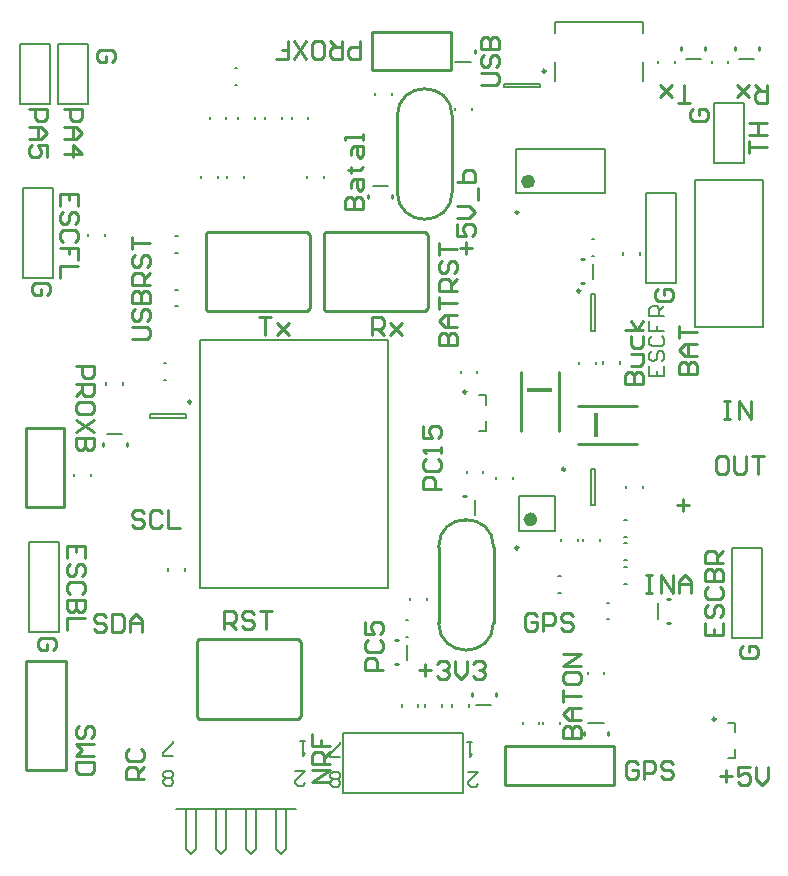
<source format=gto>
G04*
G04 #@! TF.GenerationSoftware,Altium Limited,Altium Designer,19.1.1 (5)*
G04*
G04 Layer_Color=65535*
%FSLAX25Y25*%
%MOIN*%
G70*
G01*
G75*
%ADD10C,0.00984*%
%ADD11C,0.02362*%
%ADD12C,0.01000*%
%ADD13C,0.00787*%
%ADD14C,0.00600*%
%ADD15C,0.00500*%
%ADD16C,0.00800*%
G36*
X141929Y96965D02*
Y95776D01*
X133654D01*
Y96965D01*
X141929D01*
D02*
G37*
G36*
X155832Y88779D02*
X157021D01*
Y80505D01*
X155832D01*
Y88779D01*
D02*
G37*
D10*
X21555Y92323D02*
G03*
X21555Y92323I-492J0D01*
G01*
X196358Y-13386D02*
G03*
X196358Y-13386I-492J0D01*
G01*
X113287Y95669D02*
G03*
X113287Y95669I-492J0D01*
G01*
X139665Y202559D02*
G03*
X139665Y202559I-492J0D01*
G01*
X130610Y155512D02*
G03*
X130610Y155512I-492J0D01*
G01*
X130610Y43701D02*
G03*
X130610Y43701I-492J0D01*
G01*
X151279Y129331D02*
G03*
X151279Y129331I-492J0D01*
G01*
X146161Y69882D02*
G03*
X146161Y69882I-492J0D01*
G01*
D11*
X135039Y165748D02*
G03*
X135039Y165748I-1181J0D01*
G01*
X135827Y53150D02*
G03*
X135827Y53150I-1181J0D01*
G01*
D12*
X90256Y162362D02*
G03*
X108563Y162362I9154J0D01*
G01*
Y187559D02*
G03*
X90256Y187559I-9154J0D01*
G01*
X122343Y43937D02*
G03*
X104035Y43937I-9154J0D01*
G01*
Y18740D02*
G03*
X122343Y18740I9154J0D01*
G01*
X89504Y4858D02*
X90504D01*
X89504Y12858D02*
X90504D01*
X112142Y53087D02*
X113142D01*
X112142Y61087D02*
X113142D01*
X99382Y122469D02*
X100382Y123469D01*
X66382Y122469D02*
X99382D01*
X65882Y122969D02*
X66382Y122469D01*
X65882Y122969D02*
Y148469D01*
X66382Y148969D01*
X100382Y123469D02*
Y147969D01*
X99382Y148969D02*
X100382Y147969D01*
X66382Y148969D02*
X99382D01*
X60012Y122469D02*
X61012Y123469D01*
X27012Y122469D02*
X60012D01*
X26512Y122969D02*
X27012Y122469D01*
X26512Y122969D02*
Y148469D01*
X27012Y148969D01*
X61012Y123469D02*
Y147969D01*
X60012Y148969D02*
X61012Y147969D01*
X27012Y148969D02*
X60012D01*
X-20866Y57185D02*
Y83661D01*
X-33366Y57185D02*
X-20866D01*
X-33366D02*
Y83661D01*
X-20866D01*
X-33465Y-30512D02*
Y5807D01*
X-20276D01*
X-33465Y-30512D02*
X-20571D01*
X-20276Y-30216D01*
Y5807D01*
X24059Y13142D02*
X57059D01*
X58059Y12142D01*
Y-12358D02*
Y12142D01*
X23559Y12642D02*
X24059Y13142D01*
X23559Y-12858D02*
Y12642D01*
Y-12858D02*
X24059Y-13358D01*
X57059D01*
X58059Y-12358D01*
X63Y77693D02*
Y78693D01*
X-7937Y77693D02*
Y78693D01*
X180165Y26638D02*
X181165D01*
X180165Y18638D02*
X181165D01*
X108205Y208709D02*
Y209709D01*
X116205Y208709D02*
Y209709D01*
X108268Y202953D02*
Y215453D01*
X81791D02*
X108268D01*
X81791Y202953D02*
Y215453D01*
Y202953D02*
X108268D01*
X88646Y160370D02*
Y161370D01*
X80646Y160370D02*
Y161370D01*
X202693Y209693D02*
Y210693D01*
X210693Y209693D02*
Y210693D01*
X184976Y209693D02*
Y210693D01*
X192976Y209693D02*
Y210693D01*
X150434Y90961D02*
X170119D01*
X150434Y78331D02*
X170119D01*
X108563Y162362D02*
Y187559D01*
X90256Y162362D02*
Y187559D01*
X144110Y82677D02*
Y102362D01*
X131480Y82677D02*
Y102362D01*
X126083Y-22244D02*
X162106D01*
X162401Y-22539D01*
Y-35433D02*
Y-22539D01*
X126083Y-35433D02*
Y-22244D01*
Y-35433D02*
X162401D01*
X115095Y-5858D02*
Y-4858D01*
X123095Y-5858D02*
Y-4858D01*
X160496Y-18764D02*
Y-17764D01*
X152496Y-18764D02*
Y-17764D01*
X151512Y131827D02*
X152512D01*
X151512Y139827D02*
X152512D01*
X104035Y18740D02*
Y43937D01*
X122343Y18740D02*
Y43937D01*
X199499Y74298D02*
X197500D01*
X196500Y73298D01*
Y69300D01*
X197500Y68300D01*
X199499D01*
X200499Y69300D01*
Y73298D01*
X199499Y74298D01*
X202498D02*
Y69300D01*
X203498Y68300D01*
X205497D01*
X206497Y69300D01*
Y74298D01*
X208496D02*
X212495D01*
X210495D01*
Y68300D01*
X85630Y2953D02*
X79632D01*
Y5952D01*
X80632Y6951D01*
X82631D01*
X83631Y5952D01*
Y2953D01*
X80632Y12949D02*
X79632Y11950D01*
Y9950D01*
X80632Y8951D01*
X84630D01*
X85630Y9950D01*
Y11950D01*
X84630Y12949D01*
X79632Y18948D02*
Y14949D01*
X82631D01*
X81631Y16948D01*
Y17948D01*
X82631Y18948D01*
X84630D01*
X85630Y17948D01*
Y15949D01*
X84630Y14949D01*
X104921Y63189D02*
X98923D01*
Y66188D01*
X99923Y67188D01*
X101922D01*
X102922Y66188D01*
Y63189D01*
X99923Y73186D02*
X98923Y72186D01*
Y70187D01*
X99923Y69187D01*
X103921D01*
X104921Y70187D01*
Y72186D01*
X103921Y73186D01*
X104921Y75185D02*
Y77184D01*
Y76185D01*
X98923D01*
X99923Y75185D01*
X98923Y84182D02*
Y80184D01*
X101922D01*
X100923Y82183D01*
Y83183D01*
X101922Y84182D01*
X103921D01*
X104921Y83183D01*
Y81183D01*
X103921Y80184D01*
X-16202Y157701D02*
Y161700D01*
X-22200D01*
Y157701D01*
X-19201Y161700D02*
Y159701D01*
X-17202Y151703D02*
X-16202Y152703D01*
Y154702D01*
X-17202Y155702D01*
X-18201D01*
X-19201Y154702D01*
Y152703D01*
X-20201Y151703D01*
X-21200D01*
X-22200Y152703D01*
Y154702D01*
X-21200Y155702D01*
X-17202Y145705D02*
X-16202Y146705D01*
Y148704D01*
X-17202Y149704D01*
X-21200D01*
X-22200Y148704D01*
Y146705D01*
X-21200Y145705D01*
X-16202Y139707D02*
Y143706D01*
X-19201D01*
Y141707D01*
Y143706D01*
X-22200D01*
X-16202Y137708D02*
X-22200D01*
Y133709D01*
X-13687Y40293D02*
Y44291D01*
X-19685D01*
Y40293D01*
X-16686Y44291D02*
Y42292D01*
X-14687Y34295D02*
X-13687Y35294D01*
Y37294D01*
X-14687Y38293D01*
X-15686D01*
X-16686Y37294D01*
Y35294D01*
X-17686Y34295D01*
X-18685D01*
X-19685Y35294D01*
Y37294D01*
X-18685Y38293D01*
X-14687Y28297D02*
X-13687Y29296D01*
Y31295D01*
X-14687Y32295D01*
X-18685D01*
X-19685Y31295D01*
Y29296D01*
X-18685Y28297D01*
X-13687Y26297D02*
X-19685D01*
Y23298D01*
X-18685Y22298D01*
X-17686D01*
X-16686Y23298D01*
Y26297D01*
Y23298D01*
X-15686Y22298D01*
X-14687D01*
X-13687Y23298D01*
Y26297D01*
Y20299D02*
X-19685D01*
Y16300D01*
X-11734Y-19747D02*
X-10734Y-18747D01*
Y-16748D01*
X-11734Y-15748D01*
X-12734D01*
X-13733Y-16748D01*
Y-18747D01*
X-14733Y-19747D01*
X-15733D01*
X-16732Y-18747D01*
Y-16748D01*
X-15733Y-15748D01*
X-10734Y-21746D02*
X-16732D01*
X-14733Y-23745D01*
X-16732Y-25745D01*
X-10734D01*
Y-27744D02*
X-16732D01*
Y-30743D01*
X-15733Y-31743D01*
X-11734D01*
X-10734Y-30743D01*
Y-27744D01*
X5906Y-33465D02*
X-93D01*
Y-30465D01*
X907Y-29466D01*
X2906D01*
X3906Y-30465D01*
Y-33465D01*
Y-31465D02*
X5906Y-29466D01*
X907Y-23468D02*
X-93Y-24467D01*
Y-26467D01*
X907Y-27466D01*
X4906D01*
X5906Y-26467D01*
Y-24467D01*
X4906Y-23468D01*
X67913Y-34449D02*
X61915D01*
X67913Y-30450D01*
X61915D01*
X67913Y-28451D02*
X61915D01*
Y-25452D01*
X62915Y-24452D01*
X64914D01*
X65914Y-25452D01*
Y-28451D01*
Y-26451D02*
X67913Y-24452D01*
X61915Y-18454D02*
Y-22453D01*
X64914D01*
Y-20453D01*
Y-22453D01*
X67913D01*
X170337Y-28466D02*
X169338Y-27466D01*
X167338D01*
X166339Y-28466D01*
Y-32465D01*
X167338Y-33465D01*
X169338D01*
X170337Y-32465D01*
Y-30465D01*
X168338D01*
X172337Y-33465D02*
Y-27466D01*
X175336D01*
X176335Y-28466D01*
Y-30465D01*
X175336Y-31465D01*
X172337D01*
X182333Y-28466D02*
X181334Y-27466D01*
X179334D01*
X178335Y-28466D01*
Y-29466D01*
X179334Y-30465D01*
X181334D01*
X182333Y-31465D01*
Y-32465D01*
X181334Y-33465D01*
X179334D01*
X178335Y-32465D01*
X192821Y18763D02*
Y14764D01*
X198819D01*
Y18763D01*
X195820Y14764D02*
Y16763D01*
X193821Y24761D02*
X192821Y23761D01*
Y21761D01*
X193821Y20762D01*
X194820D01*
X195820Y21761D01*
Y23761D01*
X196820Y24761D01*
X197819D01*
X198819Y23761D01*
Y21761D01*
X197819Y20762D01*
X193821Y30759D02*
X192821Y29759D01*
Y27760D01*
X193821Y26760D01*
X197819D01*
X198819Y27760D01*
Y29759D01*
X197819Y30759D01*
X192821Y32758D02*
X198819D01*
Y35757D01*
X197819Y36757D01*
X196820D01*
X195820Y35757D01*
Y32758D01*
Y35757D01*
X194820Y36757D01*
X193821D01*
X192821Y35757D01*
Y32758D01*
X198819Y38756D02*
X192821D01*
Y41755D01*
X193821Y42755D01*
X195820D01*
X196820Y41755D01*
Y38756D01*
Y40755D02*
X198819Y42755D01*
X77756Y212598D02*
Y206600D01*
X74757D01*
X73757Y207600D01*
Y209599D01*
X74757Y210599D01*
X77756D01*
X71758Y212598D02*
Y206600D01*
X68759D01*
X67759Y207600D01*
Y209599D01*
X68759Y210599D01*
X71758D01*
X69758D02*
X67759Y212598D01*
X62761Y206600D02*
X64760D01*
X65760Y207600D01*
Y211599D01*
X64760Y212598D01*
X62761D01*
X61761Y211599D01*
Y207600D01*
X62761Y206600D01*
X59762D02*
X55763Y212598D01*
Y206600D02*
X59762Y212598D01*
X49765Y206600D02*
X53764D01*
Y209599D01*
X51764D01*
X53764D01*
Y212598D01*
X184202Y101500D02*
X190200D01*
Y104499D01*
X189200Y105499D01*
X188201D01*
X187201Y104499D01*
Y101500D01*
Y104499D01*
X186201Y105499D01*
X185202D01*
X184202Y104499D01*
Y101500D01*
X190200Y107498D02*
X186201D01*
X184202Y109497D01*
X186201Y111497D01*
X190200D01*
X187201D01*
Y107498D01*
X184202Y113496D02*
Y117495D01*
Y115496D01*
X190200D01*
X1876Y113189D02*
X6874D01*
X7874Y114189D01*
Y116188D01*
X6874Y117188D01*
X1876D01*
X2876Y123186D02*
X1876Y122186D01*
Y120187D01*
X2876Y119187D01*
X3875D01*
X4875Y120187D01*
Y122186D01*
X5875Y123186D01*
X6874D01*
X7874Y122186D01*
Y120187D01*
X6874Y119187D01*
X1876Y125185D02*
X7874D01*
Y128184D01*
X6874Y129184D01*
X5875D01*
X4875Y128184D01*
Y125185D01*
Y128184D01*
X3875Y129184D01*
X2876D01*
X1876Y128184D01*
Y125185D01*
X7874Y131183D02*
X1876D01*
Y134182D01*
X2876Y135182D01*
X4875D01*
X5875Y134182D01*
Y131183D01*
Y133183D02*
X7874Y135182D01*
X2876Y141180D02*
X1876Y140180D01*
Y138181D01*
X2876Y137181D01*
X3875D01*
X4875Y138181D01*
Y140180D01*
X5875Y141180D01*
X6874D01*
X7874Y140180D01*
Y138181D01*
X6874Y137181D01*
X1876Y143179D02*
Y147178D01*
Y145179D01*
X7874D01*
X104238Y111221D02*
X110236D01*
Y114219D01*
X109237Y115219D01*
X108237D01*
X107237Y114219D01*
Y111221D01*
Y114219D01*
X106237Y115219D01*
X105238D01*
X104238Y114219D01*
Y111221D01*
X110236Y117218D02*
X106237D01*
X104238Y119218D01*
X106237Y121217D01*
X110236D01*
X107237D01*
Y117218D01*
X104238Y123217D02*
Y127215D01*
Y125216D01*
X110236D01*
Y129215D02*
X104238D01*
Y132214D01*
X105238Y133213D01*
X107237D01*
X108237Y132214D01*
Y129215D01*
Y131214D02*
X110236Y133213D01*
X105238Y139211D02*
X104238Y138212D01*
Y136212D01*
X105238Y135213D01*
X106237D01*
X107237Y136212D01*
Y138212D01*
X108237Y139211D01*
X109237D01*
X110236Y138212D01*
Y136212D01*
X109237Y135213D01*
X104238Y141211D02*
Y145210D01*
Y143210D01*
X110236D01*
X145577Y-19685D02*
X151575D01*
Y-16686D01*
X150575Y-15686D01*
X149575D01*
X148576Y-16686D01*
Y-19685D01*
Y-16686D01*
X147576Y-15686D01*
X146576D01*
X145577Y-16686D01*
Y-19685D01*
X151575Y-13687D02*
X147576D01*
X145577Y-11688D01*
X147576Y-9688D01*
X151575D01*
X148576D01*
Y-13687D01*
X145577Y-7689D02*
Y-3690D01*
Y-5690D01*
X151575D01*
X145577Y1308D02*
Y-691D01*
X146576Y-1691D01*
X150575D01*
X151575Y-691D01*
Y1308D01*
X150575Y2308D01*
X146576D01*
X145577Y1308D01*
X151575Y4307D02*
X145577D01*
X151575Y8306D01*
X145577D01*
X199100Y92598D02*
X201099D01*
X200100D01*
Y86600D01*
X199100D01*
X201099D01*
X204098D02*
Y92598D01*
X208097Y86600D01*
Y92598D01*
X183500Y57899D02*
X187499D01*
X185499Y59898D02*
Y55900D01*
X-16732Y104331D02*
X-10734D01*
Y101332D01*
X-11734Y100332D01*
X-13733D01*
X-14733Y101332D01*
Y104331D01*
X-16732Y98333D02*
X-10734D01*
Y95334D01*
X-11734Y94334D01*
X-13733D01*
X-14733Y95334D01*
Y98333D01*
Y96333D02*
X-16732Y94334D01*
X-10734Y89336D02*
Y91335D01*
X-11734Y92335D01*
X-15733D01*
X-16732Y91335D01*
Y89336D01*
X-15733Y88336D01*
X-11734D01*
X-10734Y89336D01*
Y86336D02*
X-16732Y82338D01*
X-10734D02*
X-16732Y86336D01*
X-10734Y80339D02*
X-16732D01*
Y77339D01*
X-15733Y76340D01*
X-14733D01*
X-13733Y77339D01*
Y80339D01*
Y77339D01*
X-12734Y76340D01*
X-11734D01*
X-10734Y77339D01*
Y80339D01*
X32480Y16732D02*
Y22730D01*
X35479D01*
X36479Y21731D01*
Y19731D01*
X35479Y18732D01*
X32480D01*
X34480D02*
X36479Y16732D01*
X42477Y21731D02*
X41477Y22730D01*
X39478D01*
X38478Y21731D01*
Y20731D01*
X39478Y19731D01*
X41477D01*
X42477Y18732D01*
Y17732D01*
X41477Y16732D01*
X39478D01*
X38478Y17732D01*
X44476Y22730D02*
X48475D01*
X46476D01*
Y16732D01*
X97441Y2999D02*
X101440D01*
X99440Y4998D02*
Y1000D01*
X103439Y4998D02*
X104439Y5998D01*
X106438D01*
X107438Y4998D01*
Y3999D01*
X106438Y2999D01*
X105438D01*
X106438D01*
X107438Y1999D01*
Y1000D01*
X106438Y0D01*
X104439D01*
X103439Y1000D01*
X109437Y5998D02*
Y1999D01*
X111436Y0D01*
X113436Y1999D01*
Y5998D01*
X115435Y4998D02*
X116435Y5998D01*
X118434D01*
X119434Y4998D01*
Y3999D01*
X118434Y2999D01*
X117435D01*
X118434D01*
X119434Y1999D01*
Y1000D01*
X118434Y0D01*
X116435D01*
X115435Y1000D01*
X173228Y34541D02*
X175228D01*
X174228D01*
Y28543D01*
X173228D01*
X175228D01*
X178227D02*
Y34541D01*
X182225Y28543D01*
Y34541D01*
X184225Y28543D02*
Y32542D01*
X186224Y34541D01*
X188224Y32542D01*
Y28543D01*
Y31542D01*
X184225D01*
X166246Y98425D02*
X172244D01*
Y101424D01*
X171244Y102424D01*
X170245D01*
X169245Y101424D01*
Y98425D01*
Y101424D01*
X168245Y102424D01*
X167246D01*
X166246Y101424D01*
Y98425D01*
X168245Y104423D02*
X171244D01*
X172244Y105423D01*
Y108422D01*
X168245D01*
Y114420D02*
Y111421D01*
X169245Y110421D01*
X171244D01*
X172244Y111421D01*
Y114420D01*
Y116419D02*
X166246D01*
X170245D02*
X168245Y119418D01*
X170245Y116419D02*
X172244Y119418D01*
X118018Y197835D02*
X123016D01*
X124016Y198834D01*
Y200834D01*
X123016Y201833D01*
X118018D01*
X119017Y207831D02*
X118018Y206832D01*
Y204832D01*
X119017Y203833D01*
X120017D01*
X121017Y204832D01*
Y206832D01*
X122016Y207831D01*
X123016D01*
X124016Y206832D01*
Y204832D01*
X123016Y203833D01*
X118018Y209831D02*
X124016D01*
Y212830D01*
X123016Y213829D01*
X122016D01*
X121017Y212830D01*
Y209831D01*
Y212830D01*
X120017Y213829D01*
X119017D01*
X118018Y212830D01*
Y209831D01*
X72742Y156496D02*
X78740D01*
Y159495D01*
X77741Y160495D01*
X76741D01*
X75741Y159495D01*
Y156496D01*
Y159495D01*
X74741Y160495D01*
X73742D01*
X72742Y159495D01*
Y156496D01*
X74741Y163494D02*
Y165493D01*
X75741Y166493D01*
X78740D01*
Y163494D01*
X77741Y162494D01*
X76741Y163494D01*
Y166493D01*
X73742Y169492D02*
X74741D01*
Y168492D01*
Y170492D01*
Y169492D01*
X77741D01*
X78740Y170492D01*
X74741Y174490D02*
Y176490D01*
X75741Y177489D01*
X78740D01*
Y174490D01*
X77741Y173491D01*
X76741Y174490D01*
Y177489D01*
X78740Y179489D02*
Y181488D01*
Y180488D01*
X72742D01*
Y179489D01*
X187992Y191837D02*
X183993D01*
X185993D01*
Y197835D01*
X181994Y193836D02*
X177995Y197835D01*
X179995Y195835D01*
X177995Y193836D01*
X181994Y197835D01*
X213583D02*
Y191837D01*
X210584D01*
X209584Y192836D01*
Y194836D01*
X210584Y195835D01*
X213583D01*
X211583D02*
X209584Y197835D01*
X207585Y193836D02*
X203586Y197835D01*
X205585Y195835D01*
X203586Y193836D01*
X207585Y197835D01*
X-26498Y127891D02*
X-25498Y128891D01*
Y130890D01*
X-26498Y131890D01*
X-30496D01*
X-31496Y130890D01*
Y128891D01*
X-30496Y127891D01*
X-28497D01*
Y129890D01*
X-24529Y9781D02*
X-23529Y10780D01*
Y12780D01*
X-24529Y13780D01*
X-28528D01*
X-29528Y12780D01*
Y10780D01*
X-28528Y9781D01*
X-26528D01*
Y11780D01*
X205631Y10888D02*
X204632Y9889D01*
Y7889D01*
X205631Y6890D01*
X209630D01*
X210630Y7889D01*
Y9889D01*
X209630Y10888D01*
X207631D01*
Y8889D01*
X177088Y129983D02*
X176089Y128983D01*
Y126984D01*
X177088Y125984D01*
X181087D01*
X182087Y126984D01*
Y128983D01*
X181087Y129983D01*
X179088D01*
Y127984D01*
X188899Y190022D02*
X187900Y189023D01*
Y187023D01*
X188899Y186024D01*
X192898D01*
X193898Y187023D01*
Y189023D01*
X192898Y190022D01*
X190899D01*
Y188023D01*
X207585Y175197D02*
Y179196D01*
Y177196D01*
X213583D01*
X207585Y181195D02*
X213583D01*
X210584D01*
Y185194D01*
X207585D01*
X213583D01*
X-20669Y189961D02*
X-14671D01*
Y186962D01*
X-15671Y185962D01*
X-17670D01*
X-18670Y186962D01*
Y189961D01*
X-20669Y183963D02*
X-16671D01*
X-14671Y181963D01*
X-16671Y179964D01*
X-20669D01*
X-17670D01*
Y183963D01*
X-20669Y174966D02*
X-14671D01*
X-17670Y177964D01*
Y173966D01*
X-32480Y189961D02*
X-26482D01*
Y186962D01*
X-27482Y185962D01*
X-29481D01*
X-30481Y186962D01*
Y189961D01*
X-32480Y183963D02*
X-28482D01*
X-26482Y181963D01*
X-28482Y179964D01*
X-32480D01*
X-29481D01*
Y183963D01*
X-26482Y173966D02*
Y177964D01*
X-29481D01*
X-28482Y175965D01*
Y174966D01*
X-29481Y173966D01*
X-31481D01*
X-32480Y174966D01*
Y176965D01*
X-31481Y177964D01*
X-4844Y205647D02*
X-3844Y206647D01*
Y208646D01*
X-4844Y209646D01*
X-8843D01*
X-9843Y208646D01*
Y206647D01*
X-8843Y205647D01*
X-6843D01*
Y207646D01*
X44200Y120698D02*
X48199D01*
X46199D01*
Y114700D01*
X50198Y118699D02*
X54197Y114700D01*
X52197Y116699D01*
X54197Y118699D01*
X50198Y114700D01*
X-6828Y20746D02*
X-7828Y21746D01*
X-9827D01*
X-10827Y20746D01*
Y19747D01*
X-9827Y18747D01*
X-7828D01*
X-6828Y17747D01*
Y16748D01*
X-7828Y15748D01*
X-9827D01*
X-10827Y16748D01*
X-4829Y21746D02*
Y15748D01*
X-1830D01*
X-830Y16748D01*
Y20746D01*
X-1830Y21746D01*
X-4829D01*
X1169Y15748D02*
Y19747D01*
X3169Y21746D01*
X5168Y19747D01*
Y15748D01*
Y18747D01*
X1169D01*
X5967Y55195D02*
X4967Y56195D01*
X2968D01*
X1969Y55195D01*
Y54196D01*
X2968Y53196D01*
X4967D01*
X5967Y52196D01*
Y51196D01*
X4967Y50197D01*
X2968D01*
X1969Y51196D01*
X11965Y55195D02*
X10966Y56195D01*
X8966D01*
X7967Y55195D01*
Y51196D01*
X8966Y50197D01*
X10966D01*
X11965Y51196D01*
X13965Y56195D02*
Y50197D01*
X17963D01*
X82000Y114600D02*
Y120598D01*
X84999D01*
X85999Y119598D01*
Y117599D01*
X84999Y116599D01*
X82000D01*
X83999D02*
X85999Y114600D01*
X87998Y118599D02*
X91997Y114600D01*
X89997Y116599D01*
X91997Y118599D01*
X87998Y114600D01*
X136749Y21048D02*
X135749Y22048D01*
X133750D01*
X132750Y21048D01*
Y17050D01*
X133750Y16050D01*
X135749D01*
X136749Y17050D01*
Y19049D01*
X134749D01*
X138748Y16050D02*
Y22048D01*
X141747D01*
X142747Y21048D01*
Y19049D01*
X141747Y18049D01*
X138748D01*
X148745Y21048D02*
X147745Y22048D01*
X145746D01*
X144746Y21048D01*
Y20049D01*
X145746Y19049D01*
X147745D01*
X148745Y18049D01*
Y17050D01*
X147745Y16050D01*
X145746D01*
X144746Y17050D01*
X197835Y-32434D02*
X201833D01*
X199834Y-30435D02*
Y-34433D01*
X207831Y-29435D02*
X203833D01*
Y-32434D01*
X205832Y-31434D01*
X206832D01*
X207831Y-32434D01*
Y-34433D01*
X206832Y-35433D01*
X204832D01*
X203833Y-34433D01*
X209831Y-29435D02*
Y-33434D01*
X211830Y-35433D01*
X213829Y-33434D01*
Y-29435D01*
X113143Y141732D02*
Y145731D01*
X111143Y143732D02*
X115142D01*
X110144Y151729D02*
Y147730D01*
X113143D01*
X112143Y149730D01*
Y150729D01*
X113143Y151729D01*
X115142D01*
X116142Y150729D01*
Y148730D01*
X115142Y147730D01*
X110144Y153728D02*
X114142D01*
X116142Y155728D01*
X114142Y157727D01*
X110144D01*
X117141Y159727D02*
Y163725D01*
X110144Y165725D02*
X116142D01*
Y168724D01*
X115142Y169723D01*
X114142D01*
X113143D01*
X112143Y168724D01*
Y165725D01*
D13*
X72244Y-17973D02*
X112244D01*
X72244Y-37972D02*
X112244D01*
Y-17973D01*
X72244Y-37972D02*
Y-17973D01*
X93504Y6299D02*
Y11417D01*
X116142Y54527D02*
Y59646D01*
X-34528Y133780D02*
X-24528D01*
X-34528D02*
Y163779D01*
X-24528D01*
Y133780D02*
Y163779D01*
X53300Y-56700D02*
Y-43366D01*
X51634Y-58366D02*
X53300Y-56700D01*
X49967D02*
X51634Y-58366D01*
X49967Y-56700D02*
Y-43366D01*
X43301Y-56700D02*
Y-43366D01*
X41634Y-58366D02*
X43301Y-56700D01*
X39967D02*
X41634Y-58366D01*
X39967Y-56700D02*
Y-43366D01*
X33301Y-56700D02*
Y-43366D01*
X31634Y-58366D02*
X33301Y-56700D01*
X29967D02*
X31634Y-58366D01*
X29967Y-56700D02*
Y-43366D01*
X23301Y-56700D02*
Y-43366D01*
X21634Y-58366D02*
X23301Y-56700D01*
X19967D02*
X21634Y-58366D01*
X19967Y-56700D02*
Y-43366D01*
X16634D02*
X56634D01*
X-32559Y15669D02*
X-22559D01*
X-32559D02*
Y45669D01*
X-22559D01*
Y15669D02*
Y45669D01*
X-6496Y81693D02*
X-1378D01*
X19882Y87008D02*
Y88189D01*
X7677Y87008D02*
Y88189D01*
X19882D01*
X7677Y87008D02*
X19882D01*
X177165Y20079D02*
Y25197D01*
X200590Y-14567D02*
X202953D01*
Y-17717D02*
Y-14567D01*
X200590Y-26378D02*
X202953D01*
Y-23228D01*
X117520Y94488D02*
X119882D01*
Y91338D02*
Y94488D01*
X117520Y82677D02*
X119882D01*
Y85827D01*
X211693Y13701D02*
Y43701D01*
X201693D02*
X211693D01*
X201693Y13701D02*
Y43701D01*
Y13701D02*
X211693D01*
X109646Y205709D02*
X114764D01*
X137992Y197244D02*
Y198425D01*
X125787Y197244D02*
Y198425D01*
X137992D01*
X125787Y197244D02*
X137992D01*
X205787Y172008D02*
Y192008D01*
X195788D02*
X205787D01*
X195788Y172008D02*
Y192008D01*
Y172008D02*
X205787D01*
X82086Y164370D02*
X87205D01*
X129921Y161811D02*
X159449D01*
X129921Y176772D02*
X159449D01*
X129921Y161811D02*
Y176772D01*
X159449Y161811D02*
Y176772D01*
X204134Y206693D02*
X209252D01*
X186417D02*
X191535D01*
X142913Y49213D02*
Y61024D01*
X130709Y49213D02*
Y61024D01*
X142913D01*
X130709Y49213D02*
X142913D01*
X116535Y-8858D02*
X121653D01*
X153937Y-14764D02*
X159055D01*
X155512Y133268D02*
Y138386D01*
X183150Y131811D02*
Y161811D01*
X173150D02*
X183150D01*
X173150Y131811D02*
Y161811D01*
Y131811D02*
X183150D01*
X154921Y128149D02*
X156102D01*
X154921Y115945D02*
X156102D01*
X154921D02*
Y128149D01*
X156102Y115945D02*
Y128149D01*
X154921Y70079D02*
X156102D01*
X154921Y57874D02*
X156102D01*
X154921D02*
Y70079D01*
X156102Y57874D02*
Y70079D01*
X87008Y30315D02*
Y112992D01*
X24528D02*
X87008D01*
X24528Y30315D02*
Y112992D01*
Y30315D02*
X87008D01*
X-35512Y191693D02*
X-25512D01*
X-35512D02*
Y211693D01*
X-25512D01*
Y191693D02*
Y211693D01*
X-22716Y191693D02*
X-12717D01*
X-22716D02*
Y211693D01*
X-12717D01*
Y191693D02*
Y211693D01*
D14*
X16332Y129769D02*
X17132D01*
X16332Y124169D02*
X17132D01*
X16332Y147485D02*
X17132D01*
X16332Y141885D02*
X17132D01*
X150743Y104915D02*
Y105715D01*
X156343Y104915D02*
Y105715D01*
X164394Y105033D02*
Y105833D01*
X158794Y105033D02*
Y105833D01*
X155112Y146501D02*
X155912D01*
X155112Y140901D02*
X155912D01*
X115005Y189561D02*
Y190361D01*
X109405Y189561D02*
Y190361D01*
X153696Y1568D02*
Y2369D01*
X159296Y1568D02*
Y2369D01*
X150438Y45860D02*
Y46660D01*
X144838Y45860D02*
Y46660D01*
X152121Y45860D02*
Y46660D01*
X157721Y45860D02*
Y46660D01*
X143957Y34296D02*
X144757D01*
X143957Y28696D02*
X144757D01*
X160033Y25438D02*
X160833D01*
X160033Y19838D02*
X160833D01*
X195035Y205309D02*
Y206109D01*
X200635Y205309D02*
Y206109D01*
X182918Y205309D02*
Y206109D01*
X177318Y205309D02*
Y206109D01*
X12395Y99562D02*
X13195D01*
X12395Y105162D02*
X13195D01*
X-6737Y98025D02*
Y98825D01*
X-1137Y98025D02*
Y98825D01*
X108421Y-9258D02*
Y-8458D01*
X114021Y-9258D02*
Y-8458D01*
X172091Y63576D02*
Y64376D01*
X166491Y63576D02*
Y64376D01*
X165939Y52997D02*
X166739D01*
X165939Y47397D02*
X166739D01*
X94641Y26175D02*
Y26975D01*
X100241Y26175D02*
Y26975D01*
X165939Y39523D02*
X166739D01*
X165939Y45123D02*
X166739D01*
X113342Y68498D02*
Y69298D01*
X118942Y68498D02*
Y69298D01*
X111373Y101962D02*
Y102762D01*
X116973Y101962D02*
Y102762D01*
X36017Y203587D02*
X36817D01*
X36017Y197987D02*
X36817D01*
X42928Y186608D02*
Y187408D01*
X37328Y186608D02*
Y187408D01*
X46187Y186608D02*
Y187408D01*
X51787Y186608D02*
Y187408D01*
X60645Y186608D02*
Y187408D01*
X55045Y186608D02*
Y187408D01*
X60192Y166923D02*
Y167723D01*
X65792Y166923D02*
Y167723D01*
X30359Y166923D02*
Y167723D01*
X24759Y166923D02*
Y167723D01*
X27712Y186608D02*
Y187408D01*
X33312Y186608D02*
Y187408D01*
X33617Y166923D02*
Y167723D01*
X39217Y166923D02*
Y167723D01*
X13932Y36017D02*
Y36817D01*
X19532Y36017D02*
Y36817D01*
X165939Y31649D02*
X166739D01*
X165939Y37249D02*
X166739D01*
X-12800Y147500D02*
Y148300D01*
X-7200Y147500D02*
Y148300D01*
X171107Y141332D02*
Y142132D01*
X165507Y141332D02*
Y142132D01*
X137643Y-15164D02*
Y-14364D01*
X132043Y-15164D02*
Y-14364D01*
X138932Y-15164D02*
Y-14364D01*
X144532Y-15164D02*
Y-14364D01*
X91688Y-9258D02*
Y-8458D01*
X97288Y-9258D02*
Y-8458D01*
X105162Y-9258D02*
Y-8458D01*
X99562Y-9258D02*
Y-8458D01*
X-11964Y67513D02*
Y68313D01*
X-17564Y67513D02*
Y68313D01*
X82830Y194482D02*
Y195282D01*
X88430Y194482D02*
Y195282D01*
X93104Y19532D02*
X93904D01*
X93104Y13932D02*
X93904D01*
X123184Y66529D02*
Y67329D01*
X128784Y66529D02*
Y67329D01*
D15*
X189370Y117323D02*
X212008D01*
X189370D02*
Y166142D01*
X212008D01*
Y117323D02*
Y166142D01*
X142717Y215158D02*
Y219094D01*
X172244Y215158D02*
Y219094D01*
X142717Y199409D02*
Y205709D01*
X172244Y199409D02*
Y205709D01*
X142717Y219094D02*
X172244D01*
D16*
X113912Y-30972D02*
X117244D01*
X113912Y-34305D01*
Y-35138D01*
X114745Y-35971D01*
X116411D01*
X117244Y-35138D01*
X115244Y-20973D02*
X113578D01*
X114411D01*
Y-25971D01*
X115244Y-25138D01*
X71244Y-25971D02*
X67912D01*
Y-25138D01*
X71244Y-21805D01*
Y-20973D01*
Y-35138D02*
X70411Y-35971D01*
X68745D01*
X67912Y-35138D01*
Y-34305D01*
X68745Y-33472D01*
X67912Y-32639D01*
Y-31806D01*
X68745Y-30972D01*
X70411D01*
X71244Y-31806D01*
Y-32639D01*
X70411Y-33472D01*
X71244Y-34305D01*
Y-35138D01*
X70411Y-33472D02*
X68745D01*
X174302Y104232D02*
Y100900D01*
X179300D01*
Y104232D01*
X176801Y100900D02*
Y102566D01*
X175135Y109231D02*
X174302Y108398D01*
Y106731D01*
X175135Y105898D01*
X175968D01*
X176801Y106731D01*
Y108398D01*
X177634Y109231D01*
X178467D01*
X179300Y108398D01*
Y106731D01*
X178467Y105898D01*
X175135Y114229D02*
X174302Y113396D01*
Y111730D01*
X175135Y110897D01*
X178467D01*
X179300Y111730D01*
Y113396D01*
X178467Y114229D01*
X174302Y119227D02*
Y115895D01*
X176801D01*
Y117561D01*
Y115895D01*
X179300D01*
Y120894D02*
X174302D01*
Y123393D01*
X175135Y124226D01*
X176801D01*
X177634Y123393D01*
Y120894D01*
Y122560D02*
X179300Y124226D01*
X56321Y-30638D02*
X59654D01*
X56321Y-33970D01*
Y-34803D01*
X57154Y-35636D01*
X58820D01*
X59654Y-34803D01*
Y-20638D02*
X57987D01*
X58820D01*
Y-25636D01*
X59654Y-24803D01*
X15653Y-25636D02*
X12321D01*
Y-24803D01*
X15653Y-21471D01*
Y-20638D01*
Y-34803D02*
X14820Y-35636D01*
X13154D01*
X12321Y-34803D01*
Y-33970D01*
X13154Y-33137D01*
X12321Y-32304D01*
Y-31471D01*
X13154Y-30638D01*
X14820D01*
X15653Y-31471D01*
Y-32304D01*
X14820Y-33137D01*
X15653Y-33970D01*
Y-34803D01*
X14820Y-33137D02*
X13154D01*
M02*

</source>
